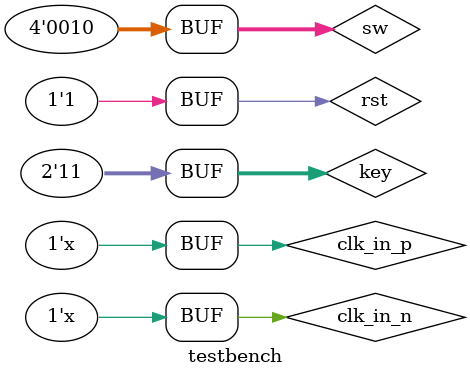
<source format=v>
`timescale 1ns / 1ps


module testbench();
reg                clk_in_p , clk_in_n;
reg       [3:0]    sw;                     //ËÄ¸ö²¦Âë¿ª¹Ø£¬¿ØÖÆÏÔÊ¾ÄÚÈÝµÄ×ª±ä
reg       [1:0]    key;                    //Á½¸ö¶ÀÁ¢°´¼ü£¬·Ö±ð¿ØÖÆÊýÂë¹ÜµÄÎ»Ñ¡ºÍÊý×ÖµÄµÝÔö
reg                rst;                    //È«¾Ö¸´Î»
wire      [7:0]    en;                     //ÊýÂë¹ÜÊ¹ÄÜÐÅºÅ
wire      [7:0]    disp1;                  //¿ØÖÆÊýÂë¹ÜÏÔÊ¾
wire      [5:0]    led;
top top_sim(
    .clk_in_p(clk_in_p),
    .clk_in_n(clk_in_n),
    .rst(rst),
    .led(led),
    .sw(sw),
    .key(key),
    .en(en),
    .disp1(disp1)
);
initial    begin
    clk_in_p=0;
    clk_in_n=1;
    sw[3:0]=4'b0000;
    key[1:0]=2'b11;
    rst=1;
    #100000
    sw[3:0]=4'b0001;//ÄêÔÂÈÕµÄÉèÖÃ
    #100000
    key[1:0]=2'b01;//Äê·ÝÇ§Î»¼ÓÒ»
    #10000000
    key[1:0]=2'b11;
    
    #100000
    sw[3:0]=4'b0011;//Ê±·ÖÃëµÄÉèÖÃ
    #100000
    key[1:0]=2'b01;//Ð¡Ê±¼ÓÒ»
    #10000000
    key[1:0]=2'b11;
//    #10000000
//    key[1:0]=2'b01;//Ð¡Ê±¼ÓÒ»
//    #10000000
//    key[1:0]=2'b11;
//    sw[3:0]=4'b1010;//ÊµÊ±ÏÔÊ¾Ê±¼ä
    #100000
    sw[3:0]=4'b0010;//ÊµÊ±ÏÔÊ¾Ê±¼ä
    #100000
    sw[3:0]=4'b1110;//ÊµÊ±ÏÔÊ¾ÈÕÆÚ
    #100000
    sw[3:0]=4'b1010;//ÊµÊ±ÏÔÊ¾Ê±¼ä
    
    #100000
    sw[3:0]=4'b1101;//ÄÖÖÓÄêÔÂÈÕµÄÉèÖÃ
    #100000
    key[1:0]=2'b01;//Äê·ÝÇ§Î»¼ÓÒ»
    #10000000
    key[1:0]=2'b11;
    sw[3:0]=4'b1111;//ÄÖÖÓÊ±·ÖÃëµÄÉèÖÃ
    #100000
    key[1:0]=2'b01;//Ð¡Ê±¼ÓÒ»
    #10000000
    key[1:0]=2'b11;  
    #100000
    key[1:0]=2'b01;//Ð¡Ê±¼ÓÒ»
    #10000000
    key[1:0]=2'b11;
    #100000
    key[1:0]=2'b10;//·ÖÖÓµÄÉèÖÃ
    #10000000
    key[1:0]=2'b11;  
    #100000
    key[1:0]=2'b01;//·ÖÖÓ¼ÓÒ»
    #10000000
    key[1:0]=2'b11; 
 
    #100000  
    sw[3:0]=4'b1010;//ÊµÊ±ÏÔÊ¾Ê±¼ä
    #10000000
    sw[3:0]=4'b0010;//¹Ø±ÕÄÖÖÓ


//    #100000
//    key[1:0]=2'b10;//×´Ì¬Ìø×ª
//    #100000
    
//        #100000
//    key[1:0]=2'b01;


end
always      begin
#5
    clk_in_p=~clk_in_p;
    clk_in_n=~clk_in_n;
end
endmodule

</source>
